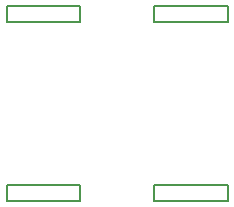
<source format=gbr>
%TF.GenerationSoftware,Altium Limited,Altium Designer,21.8.1 (53)*%
G04 Layer_Color=32768*
%FSLAX26Y26*%
%MOIN*%
%TF.SameCoordinates,2531CBD8-4BF0-4D0B-A877-44D4BE5F07E3*%
%TF.FilePolarity,Positive*%
%TF.FileFunction,Other,Top_Courtyard*%
%TF.Part,Single*%
G01*
G75*
%TA.AperFunction,NonConductor*%
%ADD25C,0.007874*%
D25*
X124055Y-321996D02*
X368150D01*
X124055D02*
Y-269831D01*
X368150D01*
Y-321996D02*
Y-269831D01*
X-368150Y274114D02*
Y326280D01*
Y274114D02*
X-124055D01*
Y326280D01*
X-368150D02*
X-124055D01*
X124055Y274114D02*
Y326280D01*
Y274114D02*
X368150D01*
Y326280D01*
X124055D02*
X368150D01*
X-368150Y-321614D02*
Y-269449D01*
Y-321614D02*
X-124055D01*
Y-269449D01*
X-368150D02*
X-124055D01*
%TF.MD5,4224d4f467113cc93d5917f6efa020b2*%
M02*

</source>
